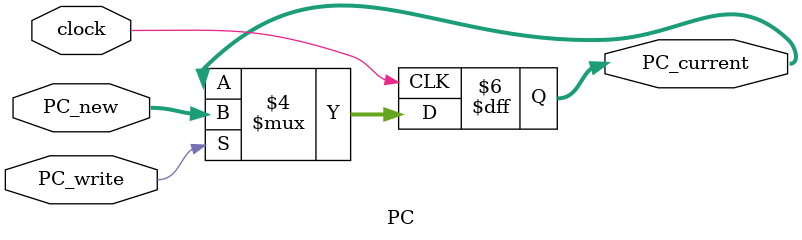
<source format=v>
`timescale 1ps / 1ps
module PC(
	input PC_write,
	input [9:0]PC_new,			//direccion que entra al PC, es la que sale del sumador o que viene desde un jump
	input clock,
	output reg [9:0]PC_current		//direccion que sale del PC, es la que va la Memoria de Instrucciones.
    );

initial PC_current = 0;
always@ (posedge clock)
begin
	if(PC_write)
		PC_current<=PC_new;
	else
		PC_current<=PC_current;
end


endmodule

</source>
